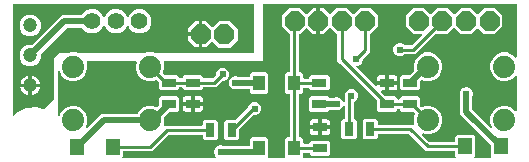
<source format=gbr>
G04 EAGLE Gerber X2 export*
G04 #@! %TF.Part,Single*
G04 #@! %TF.FileFunction,Copper,L1,Top,Mixed*
G04 #@! %TF.FilePolarity,Positive*
G04 #@! %TF.GenerationSoftware,Autodesk,EAGLE,8.6.0*
G04 #@! %TF.CreationDate,2018-03-03T07:27:46Z*
G75*
%MOMM*%
%FSLAX34Y34*%
%LPD*%
%AMOC8*
5,1,8,0,0,1.08239X$1,22.5*%
G01*
%ADD10P,1.814519X8X202.500000*%
%ADD11P,1.814519X8X22.500000*%
%ADD12R,1.200000X0.800000*%
%ADD13C,1.879600*%
%ADD14R,0.800000X1.200000*%
%ADD15R,1.200000X1.400000*%
%ADD16R,1.000000X1.300000*%
%ADD17C,1.422400*%
%ADD18C,1.200000*%
%ADD19C,0.254000*%
%ADD20C,0.604000*%
%ADD21C,0.508000*%

G36*
X197988Y35092D02*
X197988Y35092D01*
X198060Y35094D01*
X198109Y35112D01*
X198160Y35120D01*
X198224Y35154D01*
X198291Y35179D01*
X198332Y35211D01*
X198378Y35236D01*
X198427Y35288D01*
X198483Y35332D01*
X198511Y35376D01*
X198547Y35414D01*
X198577Y35479D01*
X198616Y35539D01*
X198629Y35590D01*
X198651Y35637D01*
X198658Y35708D01*
X198676Y35778D01*
X198672Y35830D01*
X198678Y35881D01*
X198662Y35952D01*
X198657Y36023D01*
X198636Y36071D01*
X198625Y36122D01*
X198589Y36183D01*
X198561Y36249D01*
X198516Y36305D01*
X198499Y36333D01*
X198481Y36348D01*
X198456Y36380D01*
X197686Y37150D01*
X197264Y38169D01*
X197262Y38171D01*
X197261Y38175D01*
X196839Y39194D01*
X196839Y41406D01*
X197261Y42425D01*
X197262Y42428D01*
X197264Y42431D01*
X197686Y43450D01*
X199250Y45014D01*
X200269Y45436D01*
X200271Y45438D01*
X200275Y45439D01*
X201294Y45861D01*
X203506Y45861D01*
X204525Y45439D01*
X204589Y45424D01*
X204650Y45399D01*
X204732Y45390D01*
X204765Y45383D01*
X204784Y45384D01*
X204816Y45381D01*
X226298Y45381D01*
X226318Y45384D01*
X226337Y45382D01*
X226439Y45404D01*
X226541Y45420D01*
X226558Y45430D01*
X226578Y45434D01*
X226667Y45487D01*
X226758Y45536D01*
X226772Y45550D01*
X226789Y45560D01*
X226856Y45639D01*
X226928Y45714D01*
X226936Y45732D01*
X226949Y45747D01*
X226988Y45843D01*
X227031Y45937D01*
X227033Y45957D01*
X227041Y45975D01*
X227059Y46142D01*
X227059Y51152D01*
X228548Y52641D01*
X240652Y52641D01*
X242141Y51152D01*
X242141Y35842D01*
X242144Y35822D01*
X242142Y35803D01*
X242164Y35701D01*
X242180Y35599D01*
X242190Y35582D01*
X242194Y35562D01*
X242247Y35473D01*
X242296Y35382D01*
X242310Y35368D01*
X242320Y35351D01*
X242399Y35284D01*
X242474Y35212D01*
X242492Y35204D01*
X242507Y35191D01*
X242603Y35152D01*
X242697Y35109D01*
X242717Y35107D01*
X242735Y35099D01*
X242902Y35081D01*
X256298Y35081D01*
X256318Y35084D01*
X256337Y35082D01*
X256439Y35104D01*
X256541Y35120D01*
X256558Y35130D01*
X256578Y35134D01*
X256667Y35187D01*
X256758Y35236D01*
X256772Y35250D01*
X256789Y35260D01*
X256856Y35339D01*
X256928Y35414D01*
X256936Y35432D01*
X256949Y35447D01*
X256988Y35543D01*
X257031Y35637D01*
X257033Y35657D01*
X257041Y35675D01*
X257059Y35842D01*
X257059Y51152D01*
X258548Y52641D01*
X260028Y52641D01*
X260048Y52644D01*
X260067Y52642D01*
X260169Y52664D01*
X260271Y52680D01*
X260288Y52690D01*
X260308Y52694D01*
X260397Y52747D01*
X260488Y52796D01*
X260502Y52810D01*
X260519Y52820D01*
X260586Y52899D01*
X260658Y52974D01*
X260666Y52992D01*
X260679Y53007D01*
X260718Y53103D01*
X260761Y53197D01*
X260763Y53217D01*
X260771Y53235D01*
X260789Y53402D01*
X260789Y88798D01*
X260786Y88818D01*
X260788Y88837D01*
X260766Y88939D01*
X260750Y89041D01*
X260740Y89058D01*
X260736Y89078D01*
X260683Y89167D01*
X260634Y89258D01*
X260620Y89272D01*
X260610Y89289D01*
X260531Y89356D01*
X260456Y89428D01*
X260438Y89436D01*
X260423Y89449D01*
X260327Y89488D01*
X260233Y89531D01*
X260213Y89533D01*
X260195Y89541D01*
X260028Y89559D01*
X258548Y89559D01*
X257059Y91048D01*
X257059Y106152D01*
X258548Y107641D01*
X260028Y107641D01*
X260048Y107644D01*
X260067Y107642D01*
X260169Y107664D01*
X260271Y107680D01*
X260288Y107690D01*
X260308Y107694D01*
X260397Y107747D01*
X260488Y107796D01*
X260502Y107810D01*
X260519Y107820D01*
X260586Y107899D01*
X260658Y107974D01*
X260666Y107992D01*
X260679Y108007D01*
X260718Y108103D01*
X260761Y108197D01*
X260763Y108217D01*
X260771Y108235D01*
X260789Y108402D01*
X260789Y139516D01*
X260786Y139536D01*
X260788Y139555D01*
X260766Y139657D01*
X260750Y139759D01*
X260740Y139776D01*
X260736Y139796D01*
X260683Y139885D01*
X260634Y139976D01*
X260620Y139990D01*
X260610Y140007D01*
X260531Y140074D01*
X260456Y140146D01*
X260438Y140154D01*
X260423Y140167D01*
X260361Y140192D01*
X253877Y146676D01*
X253877Y155724D01*
X260276Y162123D01*
X269324Y162123D01*
X274262Y157185D01*
X274278Y157174D01*
X274290Y157158D01*
X274378Y157102D01*
X274461Y157042D01*
X274480Y157036D01*
X274497Y157025D01*
X274598Y157000D01*
X274697Y156969D01*
X274716Y156970D01*
X274736Y156965D01*
X274839Y156973D01*
X274942Y156976D01*
X274961Y156983D01*
X274981Y156984D01*
X275076Y157025D01*
X275173Y157060D01*
X275189Y157073D01*
X275207Y157081D01*
X275338Y157185D01*
X280276Y162123D01*
X283277Y162123D01*
X283277Y151962D01*
X283280Y151942D01*
X283278Y151923D01*
X283300Y151821D01*
X283317Y151719D01*
X283326Y151702D01*
X283330Y151682D01*
X283383Y151593D01*
X283432Y151502D01*
X283446Y151488D01*
X283456Y151471D01*
X283535Y151404D01*
X283610Y151333D01*
X283628Y151324D01*
X283643Y151311D01*
X283739Y151273D01*
X283833Y151229D01*
X283853Y151227D01*
X283871Y151219D01*
X284038Y151201D01*
X285562Y151201D01*
X285582Y151204D01*
X285601Y151202D01*
X285703Y151224D01*
X285805Y151241D01*
X285822Y151250D01*
X285842Y151254D01*
X285931Y151307D01*
X286022Y151356D01*
X286036Y151370D01*
X286053Y151380D01*
X286120Y151459D01*
X286191Y151534D01*
X286200Y151552D01*
X286213Y151567D01*
X286252Y151663D01*
X286295Y151757D01*
X286297Y151777D01*
X286305Y151795D01*
X286323Y151962D01*
X286323Y162123D01*
X289324Y162123D01*
X294262Y157185D01*
X294278Y157174D01*
X294290Y157158D01*
X294378Y157102D01*
X294461Y157042D01*
X294480Y157036D01*
X294497Y157025D01*
X294598Y157000D01*
X294697Y156969D01*
X294716Y156970D01*
X294736Y156965D01*
X294839Y156973D01*
X294942Y156976D01*
X294961Y156983D01*
X294981Y156984D01*
X295076Y157025D01*
X295173Y157060D01*
X295189Y157073D01*
X295207Y157081D01*
X295338Y157185D01*
X300276Y162123D01*
X309324Y162123D01*
X314262Y157185D01*
X314278Y157174D01*
X314290Y157158D01*
X314378Y157102D01*
X314461Y157042D01*
X314480Y157036D01*
X314497Y157025D01*
X314598Y157000D01*
X314697Y156969D01*
X314716Y156970D01*
X314736Y156965D01*
X314839Y156973D01*
X314942Y156976D01*
X314961Y156983D01*
X314981Y156984D01*
X315076Y157025D01*
X315173Y157060D01*
X315189Y157073D01*
X315207Y157081D01*
X315338Y157185D01*
X320276Y162123D01*
X329324Y162123D01*
X335723Y155724D01*
X335723Y146676D01*
X329321Y140274D01*
X329231Y140254D01*
X329129Y140238D01*
X329112Y140228D01*
X329092Y140224D01*
X329003Y140171D01*
X328912Y140122D01*
X328898Y140108D01*
X328881Y140098D01*
X328814Y140019D01*
X328742Y139944D01*
X328734Y139926D01*
X328721Y139911D01*
X328682Y139815D01*
X328639Y139721D01*
X328637Y139701D01*
X328629Y139683D01*
X328611Y139516D01*
X328611Y125222D01*
X322784Y119394D01*
X322731Y119321D01*
X322671Y119251D01*
X322659Y119221D01*
X322640Y119195D01*
X322613Y119108D01*
X322579Y119023D01*
X322575Y118982D01*
X322568Y118960D01*
X322569Y118927D01*
X322561Y118856D01*
X322561Y117894D01*
X321714Y115850D01*
X320150Y114286D01*
X318106Y113439D01*
X317788Y113439D01*
X317717Y113428D01*
X317645Y113426D01*
X317596Y113408D01*
X317545Y113400D01*
X317482Y113366D01*
X317414Y113341D01*
X317374Y113309D01*
X317328Y113284D01*
X317278Y113233D01*
X317222Y113188D01*
X317194Y113144D01*
X317158Y113106D01*
X317128Y113041D01*
X317089Y112981D01*
X317077Y112930D01*
X317055Y112883D01*
X317047Y112812D01*
X317029Y112742D01*
X317033Y112690D01*
X317028Y112639D01*
X317043Y112568D01*
X317048Y112497D01*
X317069Y112449D01*
X317080Y112398D01*
X317117Y112337D01*
X317145Y112271D01*
X317189Y112215D01*
X317206Y112187D01*
X317224Y112172D01*
X317249Y112140D01*
X333260Y96129D01*
X333318Y96088D01*
X333370Y96038D01*
X333417Y96016D01*
X333459Y95986D01*
X333528Y95965D01*
X333593Y95935D01*
X333645Y95929D01*
X333695Y95914D01*
X333766Y95915D01*
X333837Y95908D01*
X333888Y95919D01*
X333940Y95920D01*
X334008Y95945D01*
X334078Y95960D01*
X334122Y95986D01*
X334171Y96004D01*
X334227Y96049D01*
X334289Y96086D01*
X334323Y96126D01*
X334363Y96158D01*
X334402Y96218D01*
X334449Y96273D01*
X334468Y96321D01*
X334496Y96365D01*
X334514Y96434D01*
X334541Y96501D01*
X334549Y96572D01*
X334557Y96604D01*
X334555Y96627D01*
X334559Y96668D01*
X334559Y97377D01*
X341577Y97377D01*
X341577Y92359D01*
X338868Y92359D01*
X338797Y92348D01*
X338725Y92346D01*
X338676Y92328D01*
X338625Y92320D01*
X338562Y92286D01*
X338494Y92261D01*
X338454Y92229D01*
X338408Y92204D01*
X338358Y92153D01*
X338302Y92108D01*
X338274Y92064D01*
X338238Y92026D01*
X338208Y91961D01*
X338169Y91901D01*
X338157Y91850D01*
X338135Y91803D01*
X338127Y91732D01*
X338109Y91662D01*
X338113Y91610D01*
X338108Y91559D01*
X338123Y91488D01*
X338128Y91417D01*
X338149Y91369D01*
X338160Y91318D01*
X338197Y91257D01*
X338225Y91191D01*
X338269Y91135D01*
X338286Y91107D01*
X338304Y91092D01*
X338329Y91060D01*
X341725Y87664D01*
X341799Y87611D01*
X341869Y87551D01*
X341899Y87539D01*
X341925Y87520D01*
X342012Y87493D01*
X342097Y87459D01*
X342138Y87455D01*
X342160Y87448D01*
X342192Y87449D01*
X342264Y87441D01*
X350152Y87441D01*
X351641Y85952D01*
X351641Y85472D01*
X351644Y85452D01*
X351642Y85433D01*
X351664Y85331D01*
X351680Y85229D01*
X351690Y85212D01*
X351694Y85192D01*
X351747Y85103D01*
X351796Y85012D01*
X351810Y84998D01*
X351820Y84981D01*
X351899Y84914D01*
X351974Y84842D01*
X351992Y84834D01*
X352007Y84821D01*
X352103Y84782D01*
X352197Y84739D01*
X352217Y84737D01*
X352235Y84729D01*
X352402Y84711D01*
X353298Y84711D01*
X353318Y84714D01*
X353337Y84712D01*
X353439Y84734D01*
X353541Y84750D01*
X353558Y84760D01*
X353578Y84764D01*
X353667Y84817D01*
X353758Y84866D01*
X353772Y84880D01*
X353789Y84890D01*
X353856Y84969D01*
X353928Y85044D01*
X353936Y85062D01*
X353949Y85077D01*
X353988Y85173D01*
X354031Y85267D01*
X354033Y85287D01*
X354041Y85305D01*
X354059Y85472D01*
X354059Y85952D01*
X355548Y87441D01*
X369652Y87441D01*
X371141Y85952D01*
X371141Y79446D01*
X371155Y79356D01*
X371163Y79265D01*
X371175Y79235D01*
X371180Y79203D01*
X371223Y79122D01*
X371259Y79038D01*
X371285Y79006D01*
X371296Y78986D01*
X371319Y78963D01*
X371364Y78907D01*
X371802Y78470D01*
X371896Y78402D01*
X371990Y78332D01*
X371996Y78330D01*
X372001Y78326D01*
X372112Y78292D01*
X372224Y78256D01*
X372230Y78256D01*
X372236Y78254D01*
X372353Y78257D01*
X372470Y78258D01*
X372477Y78260D01*
X372482Y78260D01*
X372500Y78267D01*
X372631Y78305D01*
X375113Y79333D01*
X379863Y79333D01*
X384251Y77515D01*
X387609Y74157D01*
X389427Y69769D01*
X389427Y65019D01*
X387609Y60631D01*
X384251Y57273D01*
X379863Y55455D01*
X375113Y55455D01*
X373904Y55956D01*
X373809Y55978D01*
X373717Y56007D01*
X373690Y56006D01*
X373665Y56012D01*
X373568Y56003D01*
X373471Y56001D01*
X373446Y55992D01*
X373420Y55989D01*
X373331Y55949D01*
X373240Y55916D01*
X373219Y55900D01*
X373195Y55889D01*
X373124Y55823D01*
X373048Y55762D01*
X373033Y55740D01*
X373014Y55723D01*
X372967Y55637D01*
X372915Y55555D01*
X372908Y55530D01*
X372896Y55507D01*
X372878Y55411D01*
X372855Y55317D01*
X372857Y55291D01*
X372852Y55265D01*
X372866Y55169D01*
X372874Y55072D01*
X372884Y55048D01*
X372888Y55022D01*
X372932Y54935D01*
X372970Y54845D01*
X372990Y54820D01*
X372999Y54803D01*
X373023Y54779D01*
X373075Y54714D01*
X378756Y49034D01*
X378829Y48981D01*
X378899Y48921D01*
X378929Y48909D01*
X378955Y48890D01*
X379042Y48863D01*
X379127Y48829D01*
X379168Y48825D01*
X379190Y48818D01*
X379223Y48819D01*
X379294Y48811D01*
X399998Y48811D01*
X400018Y48814D01*
X400037Y48812D01*
X400139Y48834D01*
X400241Y48850D01*
X400258Y48860D01*
X400278Y48864D01*
X400367Y48917D01*
X400458Y48966D01*
X400472Y48980D01*
X400489Y48990D01*
X400556Y49069D01*
X400628Y49144D01*
X400636Y49162D01*
X400649Y49177D01*
X400688Y49273D01*
X400731Y49367D01*
X400733Y49387D01*
X400741Y49405D01*
X400759Y49572D01*
X400759Y53052D01*
X402248Y54541D01*
X416352Y54541D01*
X417841Y53052D01*
X417841Y36948D01*
X417273Y36380D01*
X417232Y36322D01*
X417182Y36270D01*
X417160Y36223D01*
X417130Y36181D01*
X417109Y36112D01*
X417079Y36047D01*
X417073Y35995D01*
X417057Y35945D01*
X417059Y35874D01*
X417051Y35803D01*
X417063Y35752D01*
X417064Y35700D01*
X417088Y35632D01*
X417104Y35562D01*
X417130Y35517D01*
X417148Y35469D01*
X417193Y35413D01*
X417230Y35351D01*
X417269Y35317D01*
X417302Y35277D01*
X417362Y35238D01*
X417417Y35191D01*
X417465Y35172D01*
X417509Y35144D01*
X417578Y35126D01*
X417645Y35099D01*
X417716Y35091D01*
X417747Y35083D01*
X417771Y35085D01*
X417812Y35081D01*
X430788Y35081D01*
X430859Y35092D01*
X430931Y35094D01*
X430980Y35112D01*
X431031Y35120D01*
X431094Y35154D01*
X431162Y35179D01*
X431202Y35211D01*
X431248Y35236D01*
X431298Y35288D01*
X431354Y35332D01*
X431382Y35376D01*
X431418Y35414D01*
X431448Y35479D01*
X431487Y35539D01*
X431500Y35590D01*
X431521Y35637D01*
X431529Y35708D01*
X431547Y35778D01*
X431543Y35830D01*
X431549Y35881D01*
X431533Y35952D01*
X431528Y36023D01*
X431507Y36071D01*
X431496Y36122D01*
X431459Y36183D01*
X431431Y36249D01*
X431387Y36305D01*
X431370Y36333D01*
X431352Y36348D01*
X431327Y36380D01*
X430759Y36948D01*
X430759Y46040D01*
X430745Y46130D01*
X430737Y46221D01*
X430725Y46251D01*
X430720Y46283D01*
X430677Y46364D01*
X430641Y46447D01*
X430615Y46480D01*
X430604Y46500D01*
X430581Y46522D01*
X430536Y46578D01*
X405019Y72095D01*
X405019Y87084D01*
X405009Y87148D01*
X405008Y87214D01*
X404985Y87294D01*
X404980Y87326D01*
X404970Y87344D01*
X404961Y87375D01*
X404539Y88394D01*
X404539Y90606D01*
X404961Y91625D01*
X404962Y91628D01*
X404964Y91631D01*
X405386Y92650D01*
X406950Y94214D01*
X407969Y94636D01*
X407971Y94638D01*
X407975Y94639D01*
X408994Y95061D01*
X411206Y95061D01*
X412225Y94639D01*
X412228Y94638D01*
X412231Y94636D01*
X413250Y94214D01*
X414814Y92650D01*
X415236Y91631D01*
X415238Y91629D01*
X415239Y91625D01*
X415661Y90606D01*
X415661Y88394D01*
X415239Y87375D01*
X415224Y87311D01*
X415199Y87250D01*
X415190Y87168D01*
X415183Y87136D01*
X415184Y87116D01*
X415181Y87084D01*
X415181Y76620D01*
X415195Y76530D01*
X415203Y76439D01*
X415215Y76409D01*
X415220Y76377D01*
X415263Y76296D01*
X415299Y76213D01*
X415325Y76180D01*
X415336Y76160D01*
X415359Y76138D01*
X415404Y76082D01*
X430771Y60714D01*
X430850Y60657D01*
X430926Y60595D01*
X430950Y60585D01*
X430971Y60570D01*
X431064Y60542D01*
X431155Y60507D01*
X431181Y60506D01*
X431206Y60498D01*
X431304Y60500D01*
X431401Y60496D01*
X431426Y60504D01*
X431452Y60504D01*
X431544Y60538D01*
X431637Y60565D01*
X431659Y60580D01*
X431683Y60589D01*
X431759Y60650D01*
X431839Y60705D01*
X431855Y60726D01*
X431875Y60742D01*
X431928Y60825D01*
X431986Y60902D01*
X431994Y60927D01*
X432008Y60949D01*
X432032Y61044D01*
X432062Y61136D01*
X432062Y61163D01*
X432068Y61188D01*
X432061Y61285D01*
X432060Y61382D01*
X432051Y61414D01*
X432049Y61433D01*
X432036Y61463D01*
X432013Y61543D01*
X430573Y65019D01*
X430573Y69769D01*
X432391Y74157D01*
X435749Y77515D01*
X440137Y79333D01*
X444887Y79333D01*
X449275Y77515D01*
X451620Y75170D01*
X451678Y75128D01*
X451730Y75079D01*
X451777Y75057D01*
X451819Y75027D01*
X451888Y75006D01*
X451953Y74975D01*
X452005Y74970D01*
X452055Y74954D01*
X452126Y74956D01*
X452197Y74948D01*
X452248Y74959D01*
X452300Y74961D01*
X452368Y74985D01*
X452438Y75000D01*
X452483Y75027D01*
X452531Y75045D01*
X452587Y75090D01*
X452649Y75127D01*
X452683Y75166D01*
X452723Y75199D01*
X452762Y75259D01*
X452809Y75314D01*
X452828Y75362D01*
X452856Y75406D01*
X452874Y75475D01*
X452901Y75542D01*
X452909Y75613D01*
X452917Y75644D01*
X452915Y75668D01*
X452919Y75708D01*
X452919Y104292D01*
X452908Y104362D01*
X452906Y104434D01*
X452888Y104483D01*
X452880Y104534D01*
X452846Y104598D01*
X452821Y104665D01*
X452789Y104706D01*
X452764Y104752D01*
X452712Y104801D01*
X452668Y104857D01*
X452624Y104885D01*
X452586Y104921D01*
X452521Y104951D01*
X452461Y104990D01*
X452410Y105003D01*
X452363Y105025D01*
X452292Y105033D01*
X452222Y105050D01*
X452170Y105046D01*
X452119Y105052D01*
X452048Y105037D01*
X451977Y105031D01*
X451929Y105011D01*
X451878Y105000D01*
X451817Y104963D01*
X451751Y104935D01*
X451695Y104890D01*
X451667Y104873D01*
X451652Y104856D01*
X451620Y104830D01*
X449275Y102485D01*
X444887Y100667D01*
X440137Y100667D01*
X435749Y102485D01*
X432391Y105843D01*
X430573Y110231D01*
X430573Y114981D01*
X432391Y119369D01*
X435749Y122727D01*
X440137Y124545D01*
X444887Y124545D01*
X449275Y122727D01*
X451620Y120382D01*
X451678Y120340D01*
X451730Y120291D01*
X451777Y120269D01*
X451819Y120239D01*
X451888Y120218D01*
X451953Y120187D01*
X452005Y120182D01*
X452055Y120166D01*
X452126Y120168D01*
X452197Y120160D01*
X452248Y120171D01*
X452300Y120173D01*
X452368Y120197D01*
X452438Y120212D01*
X452483Y120239D01*
X452531Y120257D01*
X452587Y120302D01*
X452649Y120339D01*
X452683Y120378D01*
X452723Y120411D01*
X452762Y120471D01*
X452809Y120526D01*
X452828Y120574D01*
X452856Y120618D01*
X452874Y120687D01*
X452901Y120754D01*
X452909Y120825D01*
X452917Y120856D01*
X452915Y120880D01*
X452919Y120920D01*
X452919Y165158D01*
X452916Y165178D01*
X452918Y165197D01*
X452896Y165299D01*
X452880Y165401D01*
X452870Y165418D01*
X452866Y165438D01*
X452813Y165527D01*
X452764Y165618D01*
X452750Y165632D01*
X452740Y165649D01*
X452661Y165716D01*
X452586Y165788D01*
X452568Y165796D01*
X452553Y165809D01*
X452457Y165848D01*
X452363Y165891D01*
X452343Y165893D01*
X452325Y165901D01*
X452158Y165919D01*
X239200Y165919D01*
X239180Y165916D01*
X239161Y165918D01*
X239059Y165896D01*
X238957Y165880D01*
X238940Y165870D01*
X238920Y165866D01*
X238831Y165813D01*
X238740Y165764D01*
X238726Y165750D01*
X238709Y165740D01*
X238642Y165661D01*
X238571Y165586D01*
X238562Y165568D01*
X238549Y165553D01*
X238510Y165457D01*
X238467Y165363D01*
X238465Y165343D01*
X238457Y165325D01*
X238439Y165158D01*
X238439Y116961D01*
X154728Y116961D01*
X154683Y116954D01*
X154637Y116956D01*
X154562Y116934D01*
X154486Y116922D01*
X154445Y116900D01*
X154401Y116887D01*
X154337Y116843D01*
X154268Y116806D01*
X154237Y116773D01*
X154199Y116747D01*
X154152Y116684D01*
X154099Y116628D01*
X154079Y116586D01*
X154052Y116550D01*
X154028Y116476D01*
X153995Y116405D01*
X153990Y116359D01*
X153976Y116316D01*
X153977Y116238D01*
X153968Y116161D01*
X153978Y116116D01*
X153978Y116070D01*
X154016Y115938D01*
X154020Y115920D01*
X154023Y115916D01*
X154025Y115909D01*
X154451Y114881D01*
X154451Y110131D01*
X153423Y107649D01*
X153414Y107614D01*
X153410Y107604D01*
X153408Y107588D01*
X153396Y107536D01*
X153367Y107422D01*
X153368Y107416D01*
X153366Y107410D01*
X153377Y107293D01*
X153387Y107177D01*
X153389Y107171D01*
X153390Y107165D01*
X153437Y107057D01*
X153483Y106951D01*
X153487Y106945D01*
X153490Y106940D01*
X153502Y106926D01*
X153588Y106820D01*
X154643Y105764D01*
X154717Y105711D01*
X154787Y105651D01*
X154817Y105639D01*
X154843Y105620D01*
X154930Y105593D01*
X155015Y105559D01*
X155056Y105555D01*
X155078Y105548D01*
X155110Y105549D01*
X155182Y105541D01*
X165552Y105541D01*
X167041Y104052D01*
X167041Y103572D01*
X167043Y103561D01*
X167042Y103554D01*
X167043Y103547D01*
X167042Y103533D01*
X167064Y103431D01*
X167080Y103329D01*
X167090Y103312D01*
X167094Y103292D01*
X167147Y103203D01*
X167196Y103112D01*
X167210Y103098D01*
X167220Y103081D01*
X167299Y103014D01*
X167374Y102942D01*
X167392Y102934D01*
X167407Y102921D01*
X167503Y102882D01*
X167597Y102839D01*
X167617Y102837D01*
X167635Y102829D01*
X167802Y102811D01*
X169298Y102811D01*
X169318Y102814D01*
X169337Y102812D01*
X169439Y102834D01*
X169541Y102850D01*
X169558Y102860D01*
X169578Y102864D01*
X169667Y102917D01*
X169758Y102966D01*
X169772Y102980D01*
X169789Y102990D01*
X169856Y103069D01*
X169928Y103144D01*
X169936Y103162D01*
X169949Y103177D01*
X169988Y103273D01*
X170031Y103367D01*
X170033Y103387D01*
X170041Y103405D01*
X170059Y103572D01*
X170059Y104152D01*
X171548Y105641D01*
X185652Y105641D01*
X187141Y104152D01*
X187141Y103672D01*
X187144Y103652D01*
X187142Y103633D01*
X187164Y103531D01*
X187180Y103429D01*
X187190Y103412D01*
X187194Y103392D01*
X187247Y103303D01*
X187296Y103212D01*
X187310Y103198D01*
X187320Y103181D01*
X187399Y103114D01*
X187474Y103042D01*
X187492Y103034D01*
X187507Y103021D01*
X187603Y102982D01*
X187697Y102939D01*
X187717Y102937D01*
X187735Y102929D01*
X187902Y102911D01*
X195006Y102911D01*
X195096Y102925D01*
X195187Y102933D01*
X195217Y102945D01*
X195249Y102950D01*
X195330Y102993D01*
X195414Y103029D01*
X195446Y103055D01*
X195466Y103066D01*
X195489Y103089D01*
X195544Y103134D01*
X198116Y105706D01*
X198169Y105779D01*
X198229Y105849D01*
X198241Y105879D01*
X198260Y105905D01*
X198287Y105992D01*
X198321Y106077D01*
X198325Y106118D01*
X198332Y106140D01*
X198331Y106173D01*
X198339Y106244D01*
X198339Y107206D01*
X199186Y109250D01*
X200750Y110814D01*
X202794Y111661D01*
X205006Y111661D01*
X207050Y110814D01*
X208614Y109250D01*
X209461Y107206D01*
X209461Y104994D01*
X208614Y102950D01*
X207050Y101386D01*
X205006Y100539D01*
X204044Y100539D01*
X203954Y100525D01*
X203863Y100517D01*
X203833Y100505D01*
X203801Y100500D01*
X203720Y100457D01*
X203636Y100421D01*
X203604Y100395D01*
X203584Y100384D01*
X203561Y100361D01*
X203506Y100316D01*
X198478Y95289D01*
X187902Y95289D01*
X187882Y95286D01*
X187863Y95288D01*
X187761Y95266D01*
X187659Y95250D01*
X187642Y95240D01*
X187622Y95236D01*
X187533Y95183D01*
X187442Y95134D01*
X187428Y95120D01*
X187411Y95110D01*
X187344Y95031D01*
X187272Y94956D01*
X187264Y94938D01*
X187251Y94923D01*
X187212Y94827D01*
X187169Y94733D01*
X187167Y94713D01*
X187159Y94695D01*
X187141Y94528D01*
X187141Y94048D01*
X185652Y92559D01*
X171548Y92559D01*
X170059Y94048D01*
X170059Y94428D01*
X170056Y94448D01*
X170058Y94467D01*
X170036Y94569D01*
X170020Y94671D01*
X170010Y94688D01*
X170006Y94708D01*
X169953Y94797D01*
X169904Y94888D01*
X169890Y94902D01*
X169880Y94919D01*
X169801Y94986D01*
X169726Y95058D01*
X169708Y95066D01*
X169693Y95079D01*
X169597Y95118D01*
X169503Y95161D01*
X169483Y95163D01*
X169465Y95171D01*
X169298Y95189D01*
X167802Y95189D01*
X167782Y95186D01*
X167763Y95188D01*
X167661Y95166D01*
X167559Y95150D01*
X167542Y95140D01*
X167522Y95136D01*
X167433Y95083D01*
X167342Y95034D01*
X167328Y95020D01*
X167311Y95010D01*
X167244Y94931D01*
X167172Y94856D01*
X167164Y94838D01*
X167151Y94823D01*
X167112Y94727D01*
X167069Y94633D01*
X167067Y94613D01*
X167059Y94595D01*
X167041Y94428D01*
X167041Y93948D01*
X165552Y92459D01*
X151448Y92459D01*
X149959Y93948D01*
X149959Y99354D01*
X149945Y99444D01*
X149937Y99535D01*
X149925Y99565D01*
X149920Y99597D01*
X149877Y99678D01*
X149841Y99762D01*
X149815Y99794D01*
X149804Y99814D01*
X149781Y99837D01*
X149736Y99893D01*
X148198Y101430D01*
X148104Y101498D01*
X148010Y101568D01*
X148004Y101570D01*
X147999Y101574D01*
X147888Y101608D01*
X147776Y101644D01*
X147770Y101644D01*
X147764Y101646D01*
X147647Y101643D01*
X147530Y101642D01*
X147523Y101640D01*
X147518Y101640D01*
X147500Y101633D01*
X147369Y101595D01*
X144887Y100567D01*
X140137Y100567D01*
X135749Y102385D01*
X132391Y105743D01*
X130573Y110131D01*
X130573Y114881D01*
X130999Y115909D01*
X131010Y115953D01*
X131029Y115995D01*
X131037Y116072D01*
X131055Y116148D01*
X131051Y116194D01*
X131056Y116239D01*
X131039Y116316D01*
X131032Y116393D01*
X131013Y116435D01*
X131004Y116480D01*
X130964Y116547D01*
X130932Y116618D01*
X130901Y116652D01*
X130878Y116691D01*
X130818Y116742D01*
X130766Y116799D01*
X130725Y116821D01*
X130691Y116851D01*
X130618Y116880D01*
X130550Y116917D01*
X130505Y116926D01*
X130462Y116943D01*
X130327Y116958D01*
X130308Y116961D01*
X130303Y116960D01*
X130296Y116961D01*
X89704Y116961D01*
X89659Y116954D01*
X89613Y116956D01*
X89538Y116934D01*
X89462Y116922D01*
X89421Y116900D01*
X89377Y116887D01*
X89313Y116843D01*
X89244Y116806D01*
X89213Y116773D01*
X89175Y116747D01*
X89128Y116684D01*
X89075Y116628D01*
X89055Y116586D01*
X89028Y116550D01*
X89004Y116476D01*
X88971Y116405D01*
X88966Y116359D01*
X88952Y116316D01*
X88953Y116238D01*
X88944Y116161D01*
X88954Y116116D01*
X88954Y116070D01*
X88992Y115938D01*
X88996Y115920D01*
X88999Y115916D01*
X89001Y115909D01*
X89427Y114881D01*
X89427Y110131D01*
X87609Y105743D01*
X84251Y102385D01*
X79863Y100567D01*
X75113Y100567D01*
X70725Y102385D01*
X67367Y105743D01*
X66203Y108552D01*
X66152Y108635D01*
X66106Y108721D01*
X66088Y108739D01*
X66074Y108761D01*
X65999Y108823D01*
X65928Y108890D01*
X65904Y108901D01*
X65884Y108918D01*
X65793Y108953D01*
X65705Y108994D01*
X65679Y108997D01*
X65655Y109006D01*
X65557Y109010D01*
X65461Y109021D01*
X65435Y109016D01*
X65409Y109017D01*
X65315Y108990D01*
X65220Y108969D01*
X65198Y108955D01*
X65173Y108948D01*
X65093Y108893D01*
X65009Y108843D01*
X64992Y108823D01*
X64971Y108808D01*
X64912Y108730D01*
X64849Y108656D01*
X64839Y108632D01*
X64824Y108611D01*
X64794Y108518D01*
X64757Y108428D01*
X64754Y108395D01*
X64748Y108377D01*
X64748Y108344D01*
X64739Y108261D01*
X64739Y71539D01*
X64754Y71443D01*
X64764Y71346D01*
X64774Y71322D01*
X64779Y71296D01*
X64824Y71210D01*
X64864Y71121D01*
X64881Y71102D01*
X64894Y71079D01*
X64964Y71012D01*
X65030Y70940D01*
X65053Y70928D01*
X65072Y70910D01*
X65160Y70869D01*
X65246Y70822D01*
X65271Y70817D01*
X65295Y70806D01*
X65392Y70795D01*
X65488Y70778D01*
X65514Y70782D01*
X65539Y70779D01*
X65635Y70800D01*
X65731Y70814D01*
X65754Y70826D01*
X65780Y70831D01*
X65863Y70881D01*
X65950Y70925D01*
X65969Y70944D01*
X65991Y70957D01*
X66054Y71031D01*
X66122Y71101D01*
X66138Y71129D01*
X66151Y71144D01*
X66163Y71175D01*
X66203Y71248D01*
X67367Y74057D01*
X70725Y77415D01*
X75113Y79233D01*
X79863Y79233D01*
X84251Y77415D01*
X87609Y74057D01*
X89427Y69669D01*
X89427Y64919D01*
X87987Y61443D01*
X87965Y61349D01*
X87936Y61256D01*
X87937Y61229D01*
X87931Y61204D01*
X87940Y61107D01*
X87942Y61010D01*
X87951Y60985D01*
X87954Y60959D01*
X87994Y60870D01*
X88027Y60779D01*
X88043Y60758D01*
X88054Y60734D01*
X88120Y60663D01*
X88181Y60587D01*
X88203Y60572D01*
X88220Y60553D01*
X88306Y60506D01*
X88388Y60454D01*
X88413Y60447D01*
X88436Y60435D01*
X88532Y60417D01*
X88626Y60394D01*
X88652Y60396D01*
X88678Y60391D01*
X88774Y60405D01*
X88871Y60413D01*
X88895Y60423D01*
X88921Y60427D01*
X89008Y60471D01*
X89098Y60509D01*
X89123Y60529D01*
X89140Y60538D01*
X89164Y60562D01*
X89229Y60614D01*
X97790Y69176D01*
X100989Y72375D01*
X131185Y72375D01*
X131300Y72394D01*
X131416Y72411D01*
X131422Y72413D01*
X131428Y72414D01*
X131531Y72469D01*
X131636Y72522D01*
X131640Y72527D01*
X131646Y72530D01*
X131725Y72614D01*
X131808Y72698D01*
X131812Y72704D01*
X131815Y72708D01*
X131823Y72725D01*
X131889Y72845D01*
X132391Y74057D01*
X135749Y77415D01*
X140137Y79233D01*
X144887Y79233D01*
X147712Y78062D01*
X147826Y78036D01*
X147940Y78007D01*
X147946Y78008D01*
X147952Y78006D01*
X148069Y78017D01*
X148185Y78026D01*
X148191Y78029D01*
X148197Y78029D01*
X148304Y78077D01*
X148411Y78122D01*
X148417Y78127D01*
X148422Y78129D01*
X148435Y78142D01*
X148542Y78227D01*
X149736Y79422D01*
X149789Y79495D01*
X149849Y79565D01*
X149861Y79595D01*
X149880Y79621D01*
X149907Y79708D01*
X149941Y79793D01*
X149945Y79834D01*
X149952Y79856D01*
X149951Y79889D01*
X149959Y79960D01*
X149959Y86052D01*
X151448Y87541D01*
X165552Y87541D01*
X167041Y86052D01*
X167041Y75948D01*
X165552Y74459D01*
X159460Y74459D01*
X159370Y74445D01*
X159279Y74437D01*
X159249Y74425D01*
X159217Y74420D01*
X159136Y74377D01*
X159052Y74341D01*
X159020Y74315D01*
X159000Y74304D01*
X158977Y74281D01*
X158922Y74236D01*
X154674Y69988D01*
X154621Y69915D01*
X154561Y69845D01*
X154549Y69815D01*
X154530Y69789D01*
X154503Y69702D01*
X154469Y69617D01*
X154465Y69576D01*
X154458Y69554D01*
X154459Y69521D01*
X154451Y69450D01*
X154451Y64919D01*
X153930Y63663D01*
X153920Y63619D01*
X153901Y63577D01*
X153892Y63500D01*
X153874Y63424D01*
X153879Y63378D01*
X153874Y63333D01*
X153890Y63256D01*
X153897Y63179D01*
X153916Y63137D01*
X153926Y63092D01*
X153966Y63025D01*
X153997Y62954D01*
X154028Y62920D01*
X154052Y62881D01*
X154111Y62830D01*
X154164Y62773D01*
X154204Y62751D01*
X154239Y62721D01*
X154311Y62692D01*
X154379Y62655D01*
X154424Y62646D01*
X154467Y62629D01*
X154603Y62614D01*
X154621Y62611D01*
X154626Y62612D01*
X154634Y62611D01*
X186198Y62611D01*
X186218Y62614D01*
X186237Y62612D01*
X186339Y62634D01*
X186441Y62650D01*
X186458Y62660D01*
X186478Y62664D01*
X186567Y62717D01*
X186658Y62766D01*
X186672Y62780D01*
X186689Y62790D01*
X186756Y62869D01*
X186828Y62944D01*
X186836Y62962D01*
X186849Y62977D01*
X186888Y63073D01*
X186931Y63167D01*
X186933Y63187D01*
X186941Y63205D01*
X186959Y63372D01*
X186959Y65852D01*
X188448Y67341D01*
X198552Y67341D01*
X200041Y65852D01*
X200041Y51748D01*
X198552Y50259D01*
X188448Y50259D01*
X186959Y51748D01*
X186959Y54228D01*
X186956Y54248D01*
X186958Y54267D01*
X186936Y54369D01*
X186920Y54471D01*
X186910Y54488D01*
X186906Y54508D01*
X186853Y54597D01*
X186804Y54688D01*
X186790Y54702D01*
X186780Y54719D01*
X186701Y54786D01*
X186626Y54858D01*
X186608Y54866D01*
X186593Y54879D01*
X186497Y54918D01*
X186403Y54961D01*
X186383Y54963D01*
X186365Y54971D01*
X186198Y54989D01*
X158294Y54989D01*
X158204Y54975D01*
X158113Y54967D01*
X158083Y54955D01*
X158051Y54950D01*
X157970Y54907D01*
X157886Y54871D01*
X157854Y54845D01*
X157834Y54834D01*
X157811Y54811D01*
X157756Y54766D01*
X144078Y41089D01*
X120002Y41089D01*
X119982Y41086D01*
X119963Y41088D01*
X119861Y41066D01*
X119759Y41050D01*
X119742Y41040D01*
X119722Y41036D01*
X119633Y40983D01*
X119542Y40934D01*
X119528Y40920D01*
X119511Y40910D01*
X119444Y40831D01*
X119372Y40756D01*
X119364Y40738D01*
X119351Y40723D01*
X119312Y40627D01*
X119269Y40533D01*
X119267Y40513D01*
X119259Y40495D01*
X119241Y40328D01*
X119241Y36848D01*
X118773Y36380D01*
X118731Y36322D01*
X118682Y36270D01*
X118660Y36223D01*
X118630Y36181D01*
X118609Y36112D01*
X118579Y36047D01*
X118573Y35995D01*
X118557Y35945D01*
X118559Y35874D01*
X118551Y35803D01*
X118563Y35752D01*
X118564Y35700D01*
X118588Y35632D01*
X118604Y35562D01*
X118630Y35517D01*
X118648Y35469D01*
X118693Y35413D01*
X118730Y35351D01*
X118769Y35317D01*
X118802Y35277D01*
X118862Y35238D01*
X118917Y35191D01*
X118965Y35172D01*
X119009Y35144D01*
X119078Y35126D01*
X119145Y35099D01*
X119216Y35091D01*
X119247Y35083D01*
X119271Y35085D01*
X119312Y35081D01*
X197917Y35081D01*
X197988Y35092D01*
G37*
G36*
X26847Y71128D02*
X26847Y71128D01*
X26881Y71124D01*
X26968Y71143D01*
X27057Y71154D01*
X27088Y71169D01*
X27122Y71176D01*
X27198Y71222D01*
X27279Y71260D01*
X27312Y71289D01*
X27333Y71302D01*
X27354Y71326D01*
X27405Y71371D01*
X28893Y73004D01*
X37140Y77111D01*
X46313Y77961D01*
X51896Y76372D01*
X51969Y76364D01*
X52040Y76346D01*
X52090Y76350D01*
X52140Y76344D01*
X52212Y76359D01*
X52285Y76365D01*
X52332Y76385D01*
X52381Y76395D01*
X52444Y76432D01*
X52512Y76461D01*
X52565Y76504D01*
X52593Y76520D01*
X52609Y76539D01*
X52643Y76566D01*
X60538Y84462D01*
X60591Y84536D01*
X60651Y84605D01*
X60663Y84635D01*
X60682Y84661D01*
X60709Y84748D01*
X60743Y84833D01*
X60747Y84874D01*
X60754Y84897D01*
X60753Y84929D01*
X60761Y85000D01*
X60761Y119685D01*
X65315Y124239D01*
X73137Y124239D01*
X73202Y124249D01*
X73267Y124250D01*
X73347Y124273D01*
X73380Y124279D01*
X73397Y124288D01*
X73428Y124297D01*
X75012Y124953D01*
X79964Y124953D01*
X81548Y124297D01*
X81611Y124282D01*
X81672Y124257D01*
X81755Y124248D01*
X81787Y124241D01*
X81806Y124242D01*
X81839Y124239D01*
X138161Y124239D01*
X138226Y124249D01*
X138291Y124250D01*
X138371Y124273D01*
X138404Y124279D01*
X138421Y124288D01*
X138452Y124297D01*
X140036Y124953D01*
X144988Y124953D01*
X146572Y124297D01*
X146635Y124282D01*
X146696Y124257D01*
X146779Y124248D01*
X146811Y124241D01*
X146830Y124242D01*
X146863Y124239D01*
X230000Y124239D01*
X230020Y124242D01*
X230039Y124240D01*
X230141Y124262D01*
X230243Y124279D01*
X230260Y124288D01*
X230280Y124292D01*
X230369Y124345D01*
X230460Y124394D01*
X230474Y124408D01*
X230491Y124418D01*
X230558Y124497D01*
X230630Y124572D01*
X230638Y124590D01*
X230651Y124605D01*
X230690Y124701D01*
X230733Y124795D01*
X230735Y124815D01*
X230743Y124833D01*
X230761Y125000D01*
X230761Y165158D01*
X230758Y165178D01*
X230760Y165197D01*
X230738Y165299D01*
X230722Y165401D01*
X230712Y165418D01*
X230708Y165438D01*
X230655Y165527D01*
X230606Y165618D01*
X230592Y165632D01*
X230582Y165649D01*
X230503Y165716D01*
X230428Y165788D01*
X230410Y165796D01*
X230395Y165809D01*
X230299Y165848D01*
X230205Y165891D01*
X230185Y165893D01*
X230167Y165901D01*
X230000Y165919D01*
X26842Y165919D01*
X26822Y165916D01*
X26803Y165918D01*
X26701Y165896D01*
X26599Y165880D01*
X26582Y165870D01*
X26562Y165866D01*
X26473Y165813D01*
X26382Y165764D01*
X26368Y165750D01*
X26351Y165740D01*
X26284Y165661D01*
X26212Y165586D01*
X26204Y165568D01*
X26191Y165553D01*
X26152Y165457D01*
X26109Y165363D01*
X26107Y165343D01*
X26099Y165325D01*
X26081Y165158D01*
X26081Y71884D01*
X26095Y71796D01*
X26102Y71707D01*
X26115Y71675D01*
X26120Y71641D01*
X26162Y71563D01*
X26197Y71480D01*
X26219Y71454D01*
X26236Y71424D01*
X26300Y71363D01*
X26359Y71296D01*
X26389Y71278D01*
X26414Y71254D01*
X26495Y71217D01*
X26572Y71172D01*
X26606Y71165D01*
X26637Y71151D01*
X26726Y71141D01*
X26813Y71123D01*
X26847Y71128D01*
G37*
G36*
X400859Y35092D02*
X400859Y35092D01*
X400931Y35094D01*
X400980Y35112D01*
X401031Y35120D01*
X401094Y35154D01*
X401162Y35179D01*
X401202Y35211D01*
X401248Y35236D01*
X401298Y35288D01*
X401354Y35332D01*
X401382Y35376D01*
X401418Y35414D01*
X401448Y35479D01*
X401487Y35539D01*
X401500Y35590D01*
X401521Y35637D01*
X401529Y35708D01*
X401547Y35778D01*
X401543Y35830D01*
X401549Y35881D01*
X401533Y35952D01*
X401528Y36023D01*
X401507Y36071D01*
X401496Y36122D01*
X401459Y36183D01*
X401431Y36249D01*
X401387Y36305D01*
X401370Y36333D01*
X401352Y36348D01*
X401327Y36380D01*
X400759Y36948D01*
X400759Y40428D01*
X400757Y40440D01*
X400758Y40449D01*
X400757Y40455D01*
X400758Y40467D01*
X400736Y40569D01*
X400720Y40671D01*
X400710Y40688D01*
X400706Y40708D01*
X400653Y40797D01*
X400604Y40888D01*
X400590Y40902D01*
X400580Y40919D01*
X400501Y40986D01*
X400426Y41058D01*
X400408Y41066D01*
X400393Y41079D01*
X400297Y41118D01*
X400203Y41161D01*
X400183Y41163D01*
X400165Y41171D01*
X399998Y41189D01*
X375822Y41189D01*
X361544Y55466D01*
X361471Y55519D01*
X361401Y55579D01*
X361371Y55591D01*
X361345Y55610D01*
X361258Y55637D01*
X361173Y55671D01*
X361132Y55675D01*
X361110Y55682D01*
X361077Y55681D01*
X361006Y55689D01*
X336302Y55689D01*
X336282Y55686D01*
X336263Y55688D01*
X336161Y55666D01*
X336059Y55650D01*
X336042Y55640D01*
X336022Y55636D01*
X335933Y55583D01*
X335842Y55534D01*
X335828Y55520D01*
X335811Y55510D01*
X335744Y55431D01*
X335672Y55356D01*
X335664Y55338D01*
X335651Y55323D01*
X335612Y55227D01*
X335569Y55133D01*
X335567Y55113D01*
X335559Y55095D01*
X335541Y54928D01*
X335541Y52448D01*
X334052Y50959D01*
X323948Y50959D01*
X322459Y52448D01*
X322459Y66552D01*
X323948Y68041D01*
X334052Y68041D01*
X335541Y66552D01*
X335541Y64072D01*
X335544Y64052D01*
X335542Y64033D01*
X335564Y63931D01*
X335580Y63829D01*
X335590Y63812D01*
X335594Y63792D01*
X335647Y63703D01*
X335696Y63612D01*
X335710Y63598D01*
X335720Y63581D01*
X335799Y63514D01*
X335874Y63442D01*
X335892Y63434D01*
X335907Y63421D01*
X336003Y63382D01*
X336097Y63339D01*
X336117Y63337D01*
X336135Y63329D01*
X336302Y63311D01*
X364478Y63311D01*
X364808Y62981D01*
X364888Y62924D01*
X364963Y62862D01*
X364987Y62852D01*
X365008Y62837D01*
X365101Y62809D01*
X365192Y62774D01*
X365218Y62773D01*
X365243Y62765D01*
X365341Y62767D01*
X365438Y62763D01*
X365463Y62771D01*
X365489Y62771D01*
X365581Y62805D01*
X365674Y62832D01*
X365696Y62847D01*
X365720Y62856D01*
X365796Y62917D01*
X365876Y62972D01*
X365892Y62993D01*
X365912Y63009D01*
X365965Y63091D01*
X366023Y63169D01*
X366031Y63194D01*
X366045Y63216D01*
X366069Y63311D01*
X366099Y63403D01*
X366099Y63429D01*
X366105Y63455D01*
X366098Y63552D01*
X366097Y63649D01*
X366088Y63681D01*
X366086Y63700D01*
X366073Y63730D01*
X366050Y63810D01*
X365549Y65019D01*
X365549Y69769D01*
X366577Y72251D01*
X366604Y72364D01*
X366633Y72478D01*
X366632Y72484D01*
X366634Y72490D01*
X366623Y72607D01*
X366613Y72723D01*
X366611Y72729D01*
X366610Y72735D01*
X366563Y72843D01*
X366517Y72949D01*
X366513Y72955D01*
X366510Y72960D01*
X366498Y72974D01*
X366412Y73080D01*
X365357Y74136D01*
X365283Y74189D01*
X365213Y74249D01*
X365183Y74261D01*
X365157Y74280D01*
X365070Y74307D01*
X364985Y74341D01*
X364944Y74345D01*
X364922Y74352D01*
X364890Y74351D01*
X364818Y74359D01*
X355548Y74359D01*
X354059Y75848D01*
X354059Y76328D01*
X354056Y76348D01*
X354058Y76367D01*
X354036Y76469D01*
X354020Y76571D01*
X354010Y76588D01*
X354006Y76608D01*
X353953Y76697D01*
X353904Y76788D01*
X353890Y76802D01*
X353880Y76819D01*
X353801Y76886D01*
X353726Y76958D01*
X353708Y76966D01*
X353693Y76979D01*
X353597Y77018D01*
X353503Y77061D01*
X353483Y77063D01*
X353465Y77071D01*
X353298Y77089D01*
X352402Y77089D01*
X352382Y77086D01*
X352363Y77088D01*
X352261Y77066D01*
X352159Y77050D01*
X352142Y77040D01*
X352122Y77036D01*
X352033Y76983D01*
X351942Y76934D01*
X351928Y76920D01*
X351911Y76910D01*
X351844Y76831D01*
X351772Y76756D01*
X351764Y76738D01*
X351751Y76723D01*
X351712Y76627D01*
X351669Y76533D01*
X351667Y76513D01*
X351659Y76495D01*
X351641Y76328D01*
X351641Y75848D01*
X350152Y74359D01*
X336048Y74359D01*
X334559Y75848D01*
X334559Y83736D01*
X334545Y83826D01*
X334537Y83917D01*
X334525Y83947D01*
X334520Y83979D01*
X334477Y84060D01*
X334441Y84144D01*
X334415Y84176D01*
X334404Y84196D01*
X334381Y84219D01*
X334336Y84275D01*
X303444Y115166D01*
X300989Y117622D01*
X300989Y139516D01*
X300986Y139536D01*
X300988Y139555D01*
X300966Y139657D01*
X300950Y139759D01*
X300940Y139776D01*
X300936Y139796D01*
X300883Y139885D01*
X300834Y139976D01*
X300820Y139990D01*
X300810Y140007D01*
X300731Y140074D01*
X300656Y140146D01*
X300638Y140154D01*
X300623Y140167D01*
X300527Y140206D01*
X300433Y140249D01*
X300413Y140251D01*
X300395Y140259D01*
X300282Y140271D01*
X295338Y145215D01*
X295322Y145226D01*
X295310Y145242D01*
X295222Y145298D01*
X295139Y145358D01*
X295120Y145364D01*
X295103Y145375D01*
X295002Y145400D01*
X294903Y145431D01*
X294884Y145430D01*
X294864Y145435D01*
X294761Y145427D01*
X294658Y145424D01*
X294639Y145417D01*
X294619Y145416D01*
X294524Y145375D01*
X294427Y145340D01*
X294411Y145327D01*
X294393Y145319D01*
X294262Y145215D01*
X289324Y140277D01*
X286323Y140277D01*
X286323Y150438D01*
X286320Y150458D01*
X286322Y150477D01*
X286300Y150579D01*
X286283Y150681D01*
X286274Y150698D01*
X286270Y150718D01*
X286217Y150807D01*
X286168Y150898D01*
X286154Y150912D01*
X286144Y150929D01*
X286065Y150996D01*
X285990Y151067D01*
X285972Y151076D01*
X285957Y151089D01*
X285861Y151127D01*
X285767Y151171D01*
X285747Y151173D01*
X285729Y151181D01*
X285562Y151199D01*
X284038Y151199D01*
X284018Y151196D01*
X283999Y151198D01*
X283897Y151176D01*
X283795Y151159D01*
X283778Y151150D01*
X283758Y151146D01*
X283669Y151093D01*
X283578Y151044D01*
X283564Y151030D01*
X283547Y151020D01*
X283480Y150941D01*
X283409Y150866D01*
X283400Y150848D01*
X283387Y150833D01*
X283348Y150737D01*
X283305Y150643D01*
X283303Y150623D01*
X283295Y150605D01*
X283277Y150438D01*
X283277Y140277D01*
X280276Y140277D01*
X275338Y145215D01*
X275322Y145226D01*
X275310Y145242D01*
X275222Y145298D01*
X275139Y145358D01*
X275120Y145364D01*
X275103Y145375D01*
X275002Y145400D01*
X274903Y145431D01*
X274884Y145430D01*
X274864Y145435D01*
X274761Y145427D01*
X274658Y145424D01*
X274639Y145417D01*
X274619Y145416D01*
X274524Y145375D01*
X274427Y145340D01*
X274411Y145327D01*
X274393Y145319D01*
X274262Y145215D01*
X269324Y140277D01*
X269172Y140277D01*
X269152Y140274D01*
X269133Y140276D01*
X269031Y140254D01*
X268929Y140238D01*
X268912Y140228D01*
X268892Y140224D01*
X268803Y140171D01*
X268712Y140122D01*
X268698Y140108D01*
X268681Y140098D01*
X268614Y140019D01*
X268542Y139944D01*
X268534Y139926D01*
X268521Y139911D01*
X268482Y139815D01*
X268439Y139721D01*
X268437Y139701D01*
X268429Y139683D01*
X268411Y139516D01*
X268411Y108402D01*
X268414Y108382D01*
X268412Y108363D01*
X268434Y108261D01*
X268450Y108159D01*
X268460Y108142D01*
X268464Y108122D01*
X268517Y108033D01*
X268566Y107942D01*
X268580Y107928D01*
X268590Y107911D01*
X268669Y107844D01*
X268744Y107772D01*
X268762Y107764D01*
X268777Y107751D01*
X268873Y107712D01*
X268967Y107669D01*
X268987Y107667D01*
X269005Y107659D01*
X269172Y107641D01*
X270652Y107641D01*
X272141Y106152D01*
X272141Y103172D01*
X272144Y103152D01*
X272142Y103133D01*
X272164Y103031D01*
X272180Y102929D01*
X272190Y102912D01*
X272194Y102892D01*
X272247Y102803D01*
X272296Y102712D01*
X272310Y102698D01*
X272320Y102681D01*
X272399Y102614D01*
X272474Y102542D01*
X272492Y102534D01*
X272507Y102521D01*
X272603Y102482D01*
X272697Y102439D01*
X272717Y102437D01*
X272735Y102429D01*
X272902Y102411D01*
X276598Y102411D01*
X276618Y102414D01*
X276637Y102412D01*
X276739Y102434D01*
X276841Y102450D01*
X276858Y102460D01*
X276878Y102464D01*
X276967Y102517D01*
X277058Y102566D01*
X277072Y102580D01*
X277089Y102590D01*
X277156Y102669D01*
X277228Y102744D01*
X277236Y102762D01*
X277249Y102777D01*
X277288Y102873D01*
X277331Y102967D01*
X277333Y102987D01*
X277341Y103005D01*
X277359Y103172D01*
X277359Y103952D01*
X278848Y105441D01*
X292952Y105441D01*
X294441Y103952D01*
X294441Y93848D01*
X292952Y92359D01*
X278848Y92359D01*
X277359Y93848D01*
X277359Y94028D01*
X277356Y94048D01*
X277358Y94067D01*
X277336Y94169D01*
X277320Y94271D01*
X277310Y94288D01*
X277306Y94308D01*
X277253Y94397D01*
X277204Y94488D01*
X277190Y94502D01*
X277180Y94519D01*
X277101Y94586D01*
X277026Y94658D01*
X277008Y94666D01*
X276993Y94679D01*
X276897Y94718D01*
X276803Y94761D01*
X276783Y94763D01*
X276765Y94771D01*
X276598Y94789D01*
X272902Y94789D01*
X272882Y94786D01*
X272863Y94788D01*
X272761Y94766D01*
X272659Y94750D01*
X272642Y94740D01*
X272622Y94736D01*
X272533Y94683D01*
X272442Y94634D01*
X272428Y94620D01*
X272411Y94610D01*
X272344Y94531D01*
X272272Y94456D01*
X272264Y94438D01*
X272251Y94423D01*
X272212Y94327D01*
X272169Y94233D01*
X272167Y94213D01*
X272159Y94195D01*
X272141Y94028D01*
X272141Y91048D01*
X270652Y89559D01*
X269172Y89559D01*
X269152Y89556D01*
X269133Y89558D01*
X269031Y89536D01*
X268929Y89520D01*
X268912Y89510D01*
X268892Y89506D01*
X268803Y89453D01*
X268712Y89404D01*
X268698Y89390D01*
X268681Y89380D01*
X268614Y89301D01*
X268542Y89226D01*
X268534Y89208D01*
X268521Y89193D01*
X268482Y89097D01*
X268439Y89003D01*
X268437Y88983D01*
X268429Y88965D01*
X268411Y88798D01*
X268411Y53402D01*
X268414Y53382D01*
X268412Y53363D01*
X268434Y53261D01*
X268450Y53159D01*
X268460Y53142D01*
X268464Y53122D01*
X268517Y53033D01*
X268566Y52942D01*
X268580Y52928D01*
X268590Y52911D01*
X268669Y52844D01*
X268744Y52772D01*
X268762Y52764D01*
X268777Y52751D01*
X268873Y52712D01*
X268967Y52669D01*
X268987Y52667D01*
X269005Y52659D01*
X269172Y52641D01*
X270652Y52641D01*
X272141Y51152D01*
X272141Y48172D01*
X272144Y48152D01*
X272142Y48133D01*
X272164Y48031D01*
X272180Y47929D01*
X272190Y47912D01*
X272194Y47892D01*
X272247Y47803D01*
X272296Y47712D01*
X272310Y47698D01*
X272320Y47681D01*
X272399Y47614D01*
X272474Y47542D01*
X272492Y47534D01*
X272507Y47521D01*
X272603Y47482D01*
X272697Y47439D01*
X272717Y47437D01*
X272735Y47429D01*
X272902Y47411D01*
X276798Y47411D01*
X276818Y47414D01*
X276837Y47412D01*
X276939Y47434D01*
X277041Y47450D01*
X277058Y47460D01*
X277078Y47464D01*
X277167Y47517D01*
X277258Y47566D01*
X277272Y47580D01*
X277289Y47590D01*
X277356Y47669D01*
X277428Y47744D01*
X277436Y47762D01*
X277449Y47777D01*
X277488Y47873D01*
X277531Y47967D01*
X277533Y47987D01*
X277541Y48005D01*
X277559Y48172D01*
X277559Y48352D01*
X279048Y49841D01*
X293152Y49841D01*
X294641Y48352D01*
X294641Y38248D01*
X293152Y36759D01*
X279048Y36759D01*
X277559Y38248D01*
X277559Y39028D01*
X277556Y39048D01*
X277558Y39067D01*
X277536Y39169D01*
X277520Y39271D01*
X277510Y39288D01*
X277506Y39308D01*
X277453Y39397D01*
X277404Y39488D01*
X277390Y39502D01*
X277380Y39519D01*
X277301Y39586D01*
X277226Y39658D01*
X277208Y39666D01*
X277193Y39679D01*
X277097Y39718D01*
X277003Y39761D01*
X276983Y39763D01*
X276965Y39771D01*
X276798Y39789D01*
X272902Y39789D01*
X272882Y39786D01*
X272863Y39788D01*
X272761Y39766D01*
X272659Y39750D01*
X272642Y39740D01*
X272622Y39736D01*
X272533Y39683D01*
X272442Y39634D01*
X272428Y39620D01*
X272411Y39610D01*
X272344Y39531D01*
X272272Y39456D01*
X272264Y39438D01*
X272251Y39423D01*
X272212Y39327D01*
X272169Y39233D01*
X272167Y39213D01*
X272159Y39195D01*
X272141Y39028D01*
X272141Y35842D01*
X272144Y35822D01*
X272142Y35803D01*
X272164Y35701D01*
X272180Y35599D01*
X272190Y35582D01*
X272194Y35562D01*
X272247Y35473D01*
X272296Y35382D01*
X272310Y35368D01*
X272320Y35351D01*
X272399Y35284D01*
X272474Y35212D01*
X272492Y35204D01*
X272507Y35191D01*
X272603Y35152D01*
X272697Y35109D01*
X272717Y35107D01*
X272735Y35099D01*
X272902Y35081D01*
X400788Y35081D01*
X400859Y35092D01*
G37*
%LPC*%
G36*
X352894Y121339D02*
X352894Y121339D01*
X350850Y122186D01*
X349286Y123750D01*
X348439Y125794D01*
X348439Y128006D01*
X349286Y130050D01*
X350850Y131614D01*
X352894Y132461D01*
X355106Y132461D01*
X357150Y131614D01*
X357830Y130934D01*
X357904Y130881D01*
X357974Y130821D01*
X358004Y130809D01*
X358030Y130790D01*
X358117Y130763D01*
X358202Y130729D01*
X358243Y130725D01*
X358265Y130718D01*
X358297Y130719D01*
X358369Y130711D01*
X363506Y130711D01*
X363596Y130725D01*
X363687Y130733D01*
X363717Y130745D01*
X363749Y130750D01*
X363830Y130793D01*
X363914Y130829D01*
X363946Y130855D01*
X363966Y130866D01*
X363989Y130889D01*
X364044Y130934D01*
X372289Y139178D01*
X372330Y139236D01*
X372380Y139288D01*
X372402Y139335D01*
X372432Y139377D01*
X372453Y139446D01*
X372483Y139511D01*
X372489Y139563D01*
X372504Y139613D01*
X372503Y139684D01*
X372510Y139755D01*
X372499Y139806D01*
X372498Y139858D01*
X372473Y139926D01*
X372458Y139996D01*
X372432Y140041D01*
X372414Y140089D01*
X372369Y140145D01*
X372332Y140207D01*
X372292Y140241D01*
X372260Y140281D01*
X372200Y140320D01*
X372145Y140367D01*
X372097Y140386D01*
X372053Y140414D01*
X371984Y140432D01*
X371917Y140459D01*
X371846Y140467D01*
X371814Y140475D01*
X371791Y140473D01*
X371750Y140477D01*
X365376Y140477D01*
X358977Y146876D01*
X358977Y155924D01*
X365376Y162323D01*
X374424Y162323D01*
X379362Y157385D01*
X379378Y157374D01*
X379390Y157358D01*
X379478Y157302D01*
X379561Y157242D01*
X379580Y157236D01*
X379597Y157225D01*
X379698Y157200D01*
X379797Y157169D01*
X379816Y157170D01*
X379836Y157165D01*
X379939Y157173D01*
X380042Y157176D01*
X380061Y157183D01*
X380081Y157184D01*
X380176Y157225D01*
X380273Y157260D01*
X380289Y157273D01*
X380307Y157281D01*
X380438Y157385D01*
X385376Y162323D01*
X394424Y162323D01*
X399362Y157385D01*
X399378Y157374D01*
X399390Y157358D01*
X399478Y157302D01*
X399561Y157242D01*
X399580Y157236D01*
X399597Y157225D01*
X399698Y157200D01*
X399797Y157169D01*
X399816Y157170D01*
X399836Y157165D01*
X399939Y157173D01*
X400042Y157176D01*
X400061Y157183D01*
X400081Y157184D01*
X400176Y157225D01*
X400273Y157260D01*
X400289Y157273D01*
X400307Y157281D01*
X400438Y157385D01*
X405376Y162323D01*
X414424Y162323D01*
X419362Y157385D01*
X419378Y157374D01*
X419390Y157358D01*
X419478Y157302D01*
X419561Y157242D01*
X419580Y157236D01*
X419597Y157225D01*
X419698Y157200D01*
X419797Y157169D01*
X419816Y157170D01*
X419836Y157165D01*
X419939Y157173D01*
X420042Y157176D01*
X420061Y157183D01*
X420081Y157184D01*
X420176Y157225D01*
X420273Y157260D01*
X420289Y157273D01*
X420307Y157281D01*
X420438Y157385D01*
X425376Y162323D01*
X434424Y162323D01*
X440823Y155924D01*
X440823Y146876D01*
X434424Y140477D01*
X425376Y140477D01*
X420438Y145415D01*
X420422Y145426D01*
X420410Y145442D01*
X420322Y145498D01*
X420239Y145558D01*
X420220Y145564D01*
X420203Y145575D01*
X420102Y145600D01*
X420003Y145631D01*
X419984Y145630D01*
X419964Y145635D01*
X419861Y145627D01*
X419758Y145624D01*
X419739Y145617D01*
X419719Y145616D01*
X419624Y145575D01*
X419527Y145540D01*
X419511Y145527D01*
X419493Y145519D01*
X419362Y145415D01*
X414424Y140477D01*
X405376Y140477D01*
X400438Y145415D01*
X400422Y145426D01*
X400410Y145442D01*
X400322Y145498D01*
X400239Y145558D01*
X400220Y145564D01*
X400203Y145575D01*
X400102Y145600D01*
X400003Y145631D01*
X399984Y145630D01*
X399964Y145635D01*
X399861Y145627D01*
X399758Y145624D01*
X399739Y145617D01*
X399719Y145616D01*
X399624Y145575D01*
X399527Y145540D01*
X399511Y145527D01*
X399493Y145519D01*
X399362Y145415D01*
X394424Y140477D01*
X385371Y140477D01*
X385294Y140527D01*
X385210Y140587D01*
X385191Y140593D01*
X385174Y140604D01*
X385074Y140629D01*
X384975Y140659D01*
X384955Y140659D01*
X384935Y140664D01*
X384832Y140656D01*
X384729Y140653D01*
X384710Y140646D01*
X384690Y140645D01*
X384595Y140604D01*
X384498Y140569D01*
X384482Y140556D01*
X384464Y140548D01*
X384333Y140444D01*
X366978Y123089D01*
X358369Y123089D01*
X358279Y123075D01*
X358188Y123067D01*
X358158Y123055D01*
X358126Y123050D01*
X358045Y123007D01*
X357961Y122971D01*
X357929Y122945D01*
X357909Y122934D01*
X357886Y122911D01*
X357830Y122866D01*
X357150Y122186D01*
X355106Y121339D01*
X352894Y121339D01*
G37*
%LPD*%
%LPC*%
G36*
X39200Y112951D02*
X39200Y112951D01*
X35874Y114329D01*
X33329Y116874D01*
X31951Y120200D01*
X31951Y123800D01*
X33329Y127126D01*
X35874Y129671D01*
X39200Y131049D01*
X41830Y131049D01*
X41920Y131063D01*
X42011Y131071D01*
X42041Y131083D01*
X42073Y131088D01*
X42153Y131131D01*
X42237Y131167D01*
X42269Y131193D01*
X42290Y131204D01*
X42312Y131227D01*
X42368Y131272D01*
X64955Y153859D01*
X66634Y155538D01*
X68688Y156389D01*
X84404Y156389D01*
X84494Y156403D01*
X84585Y156411D01*
X84615Y156423D01*
X84647Y156428D01*
X84727Y156471D01*
X84811Y156507D01*
X84843Y156533D01*
X84864Y156544D01*
X84886Y156567D01*
X84942Y156612D01*
X87744Y159414D01*
X91479Y160961D01*
X95521Y160961D01*
X99256Y159414D01*
X102114Y156556D01*
X102797Y154907D01*
X102835Y154846D01*
X102864Y154781D01*
X102899Y154742D01*
X102926Y154698D01*
X102982Y154652D01*
X103030Y154599D01*
X103076Y154574D01*
X103116Y154541D01*
X103183Y154515D01*
X103246Y154481D01*
X103297Y154472D01*
X103345Y154453D01*
X103417Y154450D01*
X103488Y154437D01*
X103539Y154445D01*
X103591Y154443D01*
X103660Y154463D01*
X103731Y154473D01*
X103777Y154497D01*
X103827Y154511D01*
X103886Y154552D01*
X103950Y154584D01*
X103987Y154622D01*
X104029Y154651D01*
X104072Y154709D01*
X104122Y154760D01*
X104157Y154823D01*
X104176Y154849D01*
X104183Y154871D01*
X104203Y154907D01*
X104886Y156556D01*
X107744Y159414D01*
X111479Y160961D01*
X115521Y160961D01*
X119256Y159414D01*
X122114Y156556D01*
X122797Y154907D01*
X122835Y154846D01*
X122864Y154781D01*
X122899Y154742D01*
X122926Y154698D01*
X122982Y154652D01*
X123030Y154599D01*
X123076Y154574D01*
X123116Y154541D01*
X123183Y154515D01*
X123246Y154481D01*
X123297Y154472D01*
X123345Y154453D01*
X123417Y154450D01*
X123488Y154437D01*
X123539Y154445D01*
X123591Y154443D01*
X123660Y154463D01*
X123731Y154473D01*
X123777Y154497D01*
X123827Y154511D01*
X123886Y154552D01*
X123950Y154584D01*
X123987Y154622D01*
X124029Y154651D01*
X124072Y154709D01*
X124122Y154760D01*
X124157Y154823D01*
X124176Y154849D01*
X124183Y154871D01*
X124203Y154907D01*
X124886Y156556D01*
X127744Y159414D01*
X131479Y160961D01*
X135521Y160961D01*
X139256Y159414D01*
X142114Y156556D01*
X143661Y152821D01*
X143661Y148779D01*
X142114Y145044D01*
X139256Y142186D01*
X135521Y140639D01*
X131479Y140639D01*
X127744Y142186D01*
X124886Y145044D01*
X124203Y146693D01*
X124165Y146754D01*
X124136Y146819D01*
X124101Y146858D01*
X124074Y146902D01*
X124018Y146948D01*
X123970Y147001D01*
X123924Y147026D01*
X123884Y147059D01*
X123817Y147085D01*
X123754Y147119D01*
X123703Y147128D01*
X123655Y147147D01*
X123583Y147150D01*
X123512Y147163D01*
X123461Y147155D01*
X123409Y147157D01*
X123340Y147137D01*
X123269Y147127D01*
X123223Y147103D01*
X123173Y147089D01*
X123114Y147048D01*
X123050Y147016D01*
X123013Y146978D01*
X122971Y146949D01*
X122928Y146891D01*
X122878Y146840D01*
X122843Y146777D01*
X122824Y146751D01*
X122817Y146729D01*
X122797Y146693D01*
X122114Y145044D01*
X119256Y142186D01*
X115521Y140639D01*
X111479Y140639D01*
X107744Y142186D01*
X104886Y145044D01*
X104203Y146693D01*
X104165Y146754D01*
X104136Y146819D01*
X104101Y146858D01*
X104074Y146902D01*
X104018Y146948D01*
X103970Y147001D01*
X103924Y147026D01*
X103884Y147059D01*
X103817Y147085D01*
X103754Y147119D01*
X103703Y147128D01*
X103655Y147147D01*
X103583Y147150D01*
X103512Y147163D01*
X103461Y147155D01*
X103409Y147157D01*
X103340Y147137D01*
X103269Y147127D01*
X103223Y147103D01*
X103173Y147089D01*
X103114Y147048D01*
X103050Y147016D01*
X103013Y146978D01*
X102971Y146949D01*
X102928Y146891D01*
X102878Y146840D01*
X102843Y146777D01*
X102824Y146751D01*
X102817Y146729D01*
X102797Y146693D01*
X102114Y145044D01*
X99256Y142186D01*
X95521Y140639D01*
X91479Y140639D01*
X87744Y142186D01*
X84942Y144988D01*
X84868Y145041D01*
X84799Y145101D01*
X84769Y145113D01*
X84742Y145132D01*
X84656Y145159D01*
X84571Y145193D01*
X84530Y145197D01*
X84507Y145204D01*
X84475Y145203D01*
X84404Y145211D01*
X72430Y145211D01*
X72340Y145197D01*
X72249Y145189D01*
X72219Y145177D01*
X72188Y145172D01*
X72107Y145129D01*
X72023Y145093D01*
X71991Y145067D01*
X71970Y145056D01*
X71948Y145033D01*
X71892Y144988D01*
X50272Y123368D01*
X50219Y123294D01*
X50159Y123225D01*
X50147Y123194D01*
X50128Y123168D01*
X50101Y123081D01*
X50067Y122996D01*
X50063Y122956D01*
X50056Y122933D01*
X50057Y122901D01*
X50049Y122830D01*
X50049Y120200D01*
X48671Y116874D01*
X46126Y114329D01*
X42800Y112951D01*
X39200Y112951D01*
G37*
%LPD*%
%LPC*%
G36*
X305948Y50959D02*
X305948Y50959D01*
X304459Y52448D01*
X304459Y66552D01*
X305948Y68041D01*
X306428Y68041D01*
X306448Y68044D01*
X306467Y68042D01*
X306569Y68064D01*
X306671Y68080D01*
X306688Y68090D01*
X306708Y68094D01*
X306797Y68147D01*
X306888Y68196D01*
X306902Y68210D01*
X306919Y68220D01*
X306986Y68299D01*
X307058Y68374D01*
X307066Y68392D01*
X307079Y68407D01*
X307118Y68503D01*
X307161Y68597D01*
X307163Y68617D01*
X307171Y68635D01*
X307189Y68802D01*
X307189Y78791D01*
X307174Y78887D01*
X307164Y78984D01*
X307154Y79008D01*
X307150Y79034D01*
X307104Y79120D01*
X307064Y79209D01*
X307047Y79228D01*
X307034Y79252D01*
X306964Y79318D01*
X306898Y79390D01*
X306875Y79403D01*
X306856Y79421D01*
X306768Y79462D01*
X306682Y79509D01*
X306657Y79514D01*
X306633Y79525D01*
X306536Y79535D01*
X306440Y79553D01*
X306414Y79549D01*
X306389Y79552D01*
X306294Y79531D01*
X306197Y79517D01*
X306174Y79505D01*
X306148Y79499D01*
X306065Y79449D01*
X305978Y79405D01*
X305959Y79387D01*
X305937Y79373D01*
X305874Y79299D01*
X305806Y79230D01*
X305790Y79201D01*
X305777Y79186D01*
X305765Y79155D01*
X305725Y79083D01*
X305639Y78875D01*
X305638Y78872D01*
X305636Y78869D01*
X305214Y77850D01*
X303650Y76286D01*
X302631Y75864D01*
X302575Y75829D01*
X302515Y75804D01*
X302507Y75797D01*
X302465Y75785D01*
X302432Y75780D01*
X302415Y75770D01*
X302384Y75761D01*
X301606Y75439D01*
X299394Y75439D01*
X298616Y75761D01*
X298553Y75776D01*
X298492Y75801D01*
X298409Y75810D01*
X298377Y75817D01*
X298358Y75816D01*
X298325Y75819D01*
X294728Y75819D01*
X294638Y75805D01*
X294547Y75797D01*
X294517Y75785D01*
X294485Y75780D01*
X294404Y75737D01*
X294320Y75701D01*
X294288Y75675D01*
X294268Y75664D01*
X294245Y75641D01*
X294189Y75596D01*
X292952Y74359D01*
X278848Y74359D01*
X277359Y75848D01*
X277359Y85952D01*
X278848Y87441D01*
X292952Y87441D01*
X294189Y86204D01*
X294263Y86151D01*
X294333Y86091D01*
X294363Y86079D01*
X294389Y86060D01*
X294476Y86033D01*
X294561Y85999D01*
X294602Y85995D01*
X294624Y85988D01*
X294656Y85989D01*
X294728Y85981D01*
X297842Y85981D01*
X297907Y85991D01*
X297972Y85992D01*
X298052Y86015D01*
X298085Y86020D01*
X298102Y86030D01*
X298134Y86039D01*
X298369Y86136D01*
X298371Y86138D01*
X298375Y86139D01*
X299394Y86561D01*
X301606Y86561D01*
X302625Y86139D01*
X302628Y86138D01*
X302631Y86136D01*
X303650Y85714D01*
X305214Y84150D01*
X305636Y83131D01*
X305638Y83129D01*
X305639Y83125D01*
X305725Y82917D01*
X305776Y82834D01*
X305822Y82748D01*
X305841Y82731D01*
X305854Y82708D01*
X305929Y82646D01*
X306000Y82579D01*
X306024Y82568D01*
X306044Y82551D01*
X306135Y82517D01*
X306223Y82475D01*
X306249Y82473D01*
X306273Y82463D01*
X306371Y82459D01*
X306467Y82448D01*
X306493Y82454D01*
X306519Y82453D01*
X306613Y82480D01*
X306708Y82501D01*
X306730Y82514D01*
X306755Y82521D01*
X306835Y82577D01*
X306919Y82627D01*
X306936Y82647D01*
X306957Y82662D01*
X307015Y82740D01*
X307079Y82814D01*
X307089Y82838D01*
X307104Y82859D01*
X307134Y82952D01*
X307171Y83042D01*
X307174Y83074D01*
X307180Y83093D01*
X307180Y83126D01*
X307189Y83209D01*
X307189Y87578D01*
X307216Y87606D01*
X307269Y87679D01*
X307329Y87749D01*
X307341Y87779D01*
X307360Y87805D01*
X307387Y87892D01*
X307421Y87977D01*
X307425Y88018D01*
X307432Y88040D01*
X307431Y88073D01*
X307439Y88144D01*
X307439Y89106D01*
X308286Y91150D01*
X309850Y92714D01*
X311894Y93561D01*
X314106Y93561D01*
X316150Y92714D01*
X317714Y91150D01*
X318561Y89106D01*
X318561Y86894D01*
X317714Y84850D01*
X316150Y83286D01*
X315281Y82926D01*
X315181Y82864D01*
X315081Y82804D01*
X315077Y82799D01*
X315072Y82796D01*
X314997Y82706D01*
X314921Y82617D01*
X314919Y82611D01*
X314915Y82607D01*
X314873Y82498D01*
X314829Y82389D01*
X314828Y82382D01*
X314827Y82377D01*
X314826Y82359D01*
X314811Y82222D01*
X314811Y68802D01*
X314814Y68782D01*
X314812Y68763D01*
X314834Y68661D01*
X314850Y68559D01*
X314860Y68542D01*
X314864Y68522D01*
X314917Y68433D01*
X314966Y68342D01*
X314980Y68328D01*
X314990Y68311D01*
X315069Y68244D01*
X315144Y68172D01*
X315162Y68164D01*
X315177Y68151D01*
X315273Y68112D01*
X315367Y68069D01*
X315387Y68067D01*
X315405Y68059D01*
X315572Y68041D01*
X316052Y68041D01*
X317541Y66552D01*
X317541Y52448D01*
X316052Y50959D01*
X305948Y50959D01*
G37*
%LPD*%
%LPC*%
G36*
X355548Y92359D02*
X355548Y92359D01*
X354059Y93848D01*
X354059Y103952D01*
X355548Y105441D01*
X361640Y105441D01*
X361730Y105455D01*
X361821Y105463D01*
X361851Y105475D01*
X361883Y105480D01*
X361964Y105523D01*
X362048Y105559D01*
X362080Y105585D01*
X362100Y105596D01*
X362123Y105619D01*
X362178Y105664D01*
X365540Y109025D01*
X365608Y109119D01*
X365678Y109214D01*
X365680Y109220D01*
X365684Y109225D01*
X365718Y109336D01*
X365754Y109448D01*
X365754Y109454D01*
X365756Y109460D01*
X365753Y109577D01*
X365752Y109694D01*
X365750Y109701D01*
X365750Y109706D01*
X365743Y109724D01*
X365705Y109855D01*
X365549Y110231D01*
X365549Y114981D01*
X367367Y119369D01*
X370725Y122727D01*
X375113Y124545D01*
X379863Y124545D01*
X384251Y122727D01*
X387609Y119369D01*
X389427Y114981D01*
X389427Y110231D01*
X387609Y105843D01*
X384251Y102485D01*
X379863Y100667D01*
X375113Y100667D01*
X373065Y101516D01*
X372952Y101542D01*
X372838Y101571D01*
X372832Y101570D01*
X372826Y101572D01*
X372709Y101561D01*
X372593Y101552D01*
X372587Y101549D01*
X372581Y101549D01*
X372473Y101501D01*
X372367Y101455D01*
X372361Y101451D01*
X372356Y101449D01*
X372342Y101436D01*
X372236Y101351D01*
X371364Y100478D01*
X371311Y100405D01*
X371251Y100335D01*
X371239Y100305D01*
X371220Y100279D01*
X371193Y100192D01*
X371159Y100107D01*
X371155Y100066D01*
X371148Y100044D01*
X371149Y100011D01*
X371141Y99940D01*
X371141Y93848D01*
X369652Y92359D01*
X355548Y92359D01*
G37*
%LPD*%
%LPC*%
G36*
X200465Y128569D02*
X200465Y128569D01*
X195379Y133655D01*
X195363Y133667D01*
X195350Y133683D01*
X195263Y133739D01*
X195179Y133799D01*
X195160Y133805D01*
X195144Y133816D01*
X195043Y133841D01*
X194944Y133871D01*
X194924Y133871D01*
X194905Y133876D01*
X194802Y133868D01*
X194698Y133865D01*
X194680Y133858D01*
X194660Y133857D01*
X194565Y133816D01*
X194467Y133781D01*
X194452Y133768D01*
X194433Y133760D01*
X194303Y133655D01*
X189724Y129077D01*
X186723Y129077D01*
X186723Y139238D01*
X186720Y139258D01*
X186722Y139277D01*
X186700Y139379D01*
X186683Y139481D01*
X186674Y139498D01*
X186670Y139518D01*
X186617Y139607D01*
X186568Y139698D01*
X186554Y139712D01*
X186544Y139729D01*
X186465Y139796D01*
X186390Y139867D01*
X186372Y139876D01*
X186357Y139889D01*
X186261Y139927D01*
X186167Y139971D01*
X186147Y139973D01*
X186129Y139981D01*
X185962Y139999D01*
X185199Y139999D01*
X185199Y140001D01*
X185962Y140001D01*
X185982Y140004D01*
X186001Y140002D01*
X186103Y140024D01*
X186205Y140041D01*
X186222Y140050D01*
X186242Y140054D01*
X186331Y140107D01*
X186422Y140156D01*
X186436Y140170D01*
X186453Y140180D01*
X186520Y140259D01*
X186591Y140334D01*
X186600Y140352D01*
X186613Y140367D01*
X186652Y140463D01*
X186695Y140557D01*
X186697Y140577D01*
X186705Y140595D01*
X186723Y140762D01*
X186723Y150923D01*
X189724Y150923D01*
X194303Y146345D01*
X194319Y146333D01*
X194331Y146317D01*
X194418Y146261D01*
X194502Y146201D01*
X194521Y146195D01*
X194538Y146184D01*
X194639Y146159D01*
X194737Y146129D01*
X194757Y146129D01*
X194777Y146124D01*
X194880Y146132D01*
X194983Y146135D01*
X195002Y146142D01*
X195022Y146143D01*
X195117Y146184D01*
X195214Y146219D01*
X195230Y146232D01*
X195248Y146240D01*
X195379Y146345D01*
X200465Y151431D01*
X209935Y151431D01*
X216631Y144735D01*
X216631Y135265D01*
X209935Y128569D01*
X200465Y128569D01*
G37*
%LPD*%
%LPC*%
G36*
X228548Y89559D02*
X228548Y89559D01*
X227059Y91048D01*
X227059Y93058D01*
X227056Y93078D01*
X227058Y93097D01*
X227036Y93199D01*
X227020Y93301D01*
X227010Y93318D01*
X227006Y93338D01*
X226953Y93427D01*
X226904Y93518D01*
X226890Y93532D01*
X226880Y93549D01*
X226801Y93616D01*
X226726Y93688D01*
X226708Y93696D01*
X226693Y93709D01*
X226597Y93748D01*
X226503Y93791D01*
X226483Y93793D01*
X226465Y93801D01*
X226298Y93819D01*
X217116Y93819D01*
X217052Y93809D01*
X216986Y93808D01*
X216906Y93785D01*
X216874Y93780D01*
X216856Y93770D01*
X216825Y93761D01*
X215806Y93339D01*
X213594Y93339D01*
X212575Y93761D01*
X212572Y93762D01*
X212569Y93764D01*
X211550Y94186D01*
X209986Y95750D01*
X209564Y96769D01*
X209562Y96771D01*
X209561Y96775D01*
X209139Y97794D01*
X209139Y100006D01*
X209561Y101025D01*
X209562Y101028D01*
X209564Y101031D01*
X209986Y102050D01*
X211550Y103614D01*
X212569Y104036D01*
X212571Y104038D01*
X212575Y104039D01*
X213594Y104461D01*
X215806Y104461D01*
X216825Y104039D01*
X216889Y104024D01*
X216950Y103999D01*
X217032Y103990D01*
X217064Y103983D01*
X217084Y103984D01*
X217116Y103981D01*
X226298Y103981D01*
X226318Y103984D01*
X226337Y103982D01*
X226439Y104004D01*
X226541Y104020D01*
X226558Y104030D01*
X226578Y104034D01*
X226667Y104087D01*
X226758Y104136D01*
X226772Y104150D01*
X226789Y104160D01*
X226856Y104239D01*
X226928Y104314D01*
X226936Y104332D01*
X226949Y104347D01*
X226988Y104443D01*
X227031Y104537D01*
X227033Y104557D01*
X227041Y104575D01*
X227059Y104742D01*
X227059Y106152D01*
X228548Y107641D01*
X240652Y107641D01*
X242141Y106152D01*
X242141Y91048D01*
X240652Y89559D01*
X228548Y89559D01*
G37*
%LPD*%
%LPC*%
G36*
X206448Y50259D02*
X206448Y50259D01*
X204959Y51748D01*
X204959Y65852D01*
X206448Y67341D01*
X214336Y67341D01*
X214426Y67355D01*
X214517Y67363D01*
X214547Y67375D01*
X214579Y67380D01*
X214660Y67423D01*
X214744Y67459D01*
X214776Y67485D01*
X214796Y67496D01*
X214819Y67519D01*
X214875Y67564D01*
X225348Y78037D01*
X225386Y78090D01*
X225432Y78137D01*
X225472Y78210D01*
X225492Y78237D01*
X225497Y78255D01*
X225513Y78284D01*
X226286Y80150D01*
X227850Y81714D01*
X229894Y82561D01*
X232106Y82561D01*
X234150Y81714D01*
X235714Y80150D01*
X236561Y78106D01*
X236561Y75894D01*
X235714Y73850D01*
X234150Y72286D01*
X232106Y71439D01*
X229844Y71439D01*
X229754Y71425D01*
X229663Y71417D01*
X229633Y71405D01*
X229601Y71400D01*
X229520Y71357D01*
X229436Y71321D01*
X229404Y71295D01*
X229384Y71284D01*
X229361Y71261D01*
X229305Y71216D01*
X218264Y60175D01*
X218211Y60101D01*
X218151Y60031D01*
X218139Y60001D01*
X218120Y59975D01*
X218093Y59888D01*
X218059Y59803D01*
X218055Y59762D01*
X218048Y59740D01*
X218049Y59708D01*
X218041Y59636D01*
X218041Y51748D01*
X216552Y50259D01*
X206448Y50259D01*
G37*
%LPD*%
%LPC*%
G36*
X39200Y138351D02*
X39200Y138351D01*
X35874Y139729D01*
X33329Y142274D01*
X31951Y145600D01*
X31951Y149200D01*
X33329Y152526D01*
X35874Y155071D01*
X39200Y156449D01*
X42800Y156449D01*
X46126Y155071D01*
X48671Y152526D01*
X50049Y149200D01*
X50049Y145600D01*
X48671Y142274D01*
X46126Y139729D01*
X42800Y138351D01*
X39200Y138351D01*
G37*
%LPD*%
%LPC*%
G36*
X174277Y141523D02*
X174277Y141523D01*
X174277Y144524D01*
X180676Y150923D01*
X183677Y150923D01*
X183677Y141523D01*
X174277Y141523D01*
G37*
%LPD*%
%LPC*%
G36*
X180676Y129077D02*
X180676Y129077D01*
X174277Y135476D01*
X174277Y138477D01*
X183677Y138477D01*
X183677Y129077D01*
X180676Y129077D01*
G37*
%LPD*%
%LPC*%
G36*
X42523Y98123D02*
X42523Y98123D01*
X42523Y105005D01*
X43491Y104813D01*
X45046Y104169D01*
X46444Y103234D01*
X47634Y102044D01*
X48569Y100646D01*
X49213Y99091D01*
X49405Y98123D01*
X42523Y98123D01*
G37*
%LPD*%
%LPC*%
G36*
X32595Y98123D02*
X32595Y98123D01*
X32787Y99091D01*
X33431Y100646D01*
X34366Y102044D01*
X35556Y103234D01*
X36954Y104169D01*
X38509Y104813D01*
X39477Y105005D01*
X39477Y98123D01*
X32595Y98123D01*
G37*
%LPD*%
%LPC*%
G36*
X42523Y95077D02*
X42523Y95077D01*
X49405Y95077D01*
X49213Y94109D01*
X48569Y92554D01*
X47634Y91156D01*
X46444Y89966D01*
X45046Y89031D01*
X43491Y88387D01*
X42523Y88195D01*
X42523Y95077D01*
G37*
%LPD*%
%LPC*%
G36*
X38509Y88387D02*
X38509Y88387D01*
X36954Y89031D01*
X35556Y89966D01*
X34366Y91156D01*
X33431Y92554D01*
X32787Y94109D01*
X32595Y95077D01*
X39477Y95077D01*
X39477Y88195D01*
X38509Y88387D01*
G37*
%LPD*%
%LPC*%
G36*
X344623Y100423D02*
X344623Y100423D01*
X344623Y105441D01*
X349434Y105441D01*
X350081Y105268D01*
X350660Y104933D01*
X351133Y104460D01*
X351468Y103881D01*
X351641Y103234D01*
X351641Y100423D01*
X344623Y100423D01*
G37*
%LPD*%
%LPC*%
G36*
X180123Y82623D02*
X180123Y82623D01*
X180123Y87641D01*
X184934Y87641D01*
X185581Y87468D01*
X186160Y87133D01*
X186633Y86660D01*
X186968Y86081D01*
X187141Y85434D01*
X187141Y82623D01*
X180123Y82623D01*
G37*
%LPD*%
%LPC*%
G36*
X287623Y62823D02*
X287623Y62823D01*
X287623Y67841D01*
X292434Y67841D01*
X293081Y67668D01*
X293660Y67333D01*
X294133Y66860D01*
X294468Y66281D01*
X294641Y65634D01*
X294641Y62823D01*
X287623Y62823D01*
G37*
%LPD*%
%LPC*%
G36*
X334559Y100423D02*
X334559Y100423D01*
X334559Y103234D01*
X334732Y103881D01*
X335067Y104460D01*
X335540Y104933D01*
X336119Y105268D01*
X336766Y105441D01*
X341577Y105441D01*
X341577Y100423D01*
X334559Y100423D01*
G37*
%LPD*%
%LPC*%
G36*
X170059Y82623D02*
X170059Y82623D01*
X170059Y85434D01*
X170232Y86081D01*
X170567Y86660D01*
X171040Y87133D01*
X171619Y87468D01*
X172266Y87641D01*
X177077Y87641D01*
X177077Y82623D01*
X170059Y82623D01*
G37*
%LPD*%
%LPC*%
G36*
X277559Y62823D02*
X277559Y62823D01*
X277559Y65634D01*
X277732Y66281D01*
X278067Y66860D01*
X278540Y67333D01*
X279119Y67668D01*
X279766Y67841D01*
X284577Y67841D01*
X284577Y62823D01*
X277559Y62823D01*
G37*
%LPD*%
%LPC*%
G36*
X344623Y92359D02*
X344623Y92359D01*
X344623Y97377D01*
X351641Y97377D01*
X351641Y94566D01*
X351468Y93919D01*
X351133Y93340D01*
X350660Y92867D01*
X350081Y92532D01*
X349434Y92359D01*
X344623Y92359D01*
G37*
%LPD*%
%LPC*%
G36*
X180123Y74559D02*
X180123Y74559D01*
X180123Y79577D01*
X187141Y79577D01*
X187141Y76766D01*
X186968Y76119D01*
X186633Y75540D01*
X186160Y75067D01*
X185581Y74732D01*
X184934Y74559D01*
X180123Y74559D01*
G37*
%LPD*%
%LPC*%
G36*
X287623Y54759D02*
X287623Y54759D01*
X287623Y59777D01*
X294641Y59777D01*
X294641Y56966D01*
X294468Y56319D01*
X294133Y55740D01*
X293660Y55267D01*
X293081Y54932D01*
X292434Y54759D01*
X287623Y54759D01*
G37*
%LPD*%
%LPC*%
G36*
X172266Y74559D02*
X172266Y74559D01*
X171619Y74732D01*
X171040Y75067D01*
X170567Y75540D01*
X170232Y76119D01*
X170059Y76766D01*
X170059Y79577D01*
X177077Y79577D01*
X177077Y74559D01*
X172266Y74559D01*
G37*
%LPD*%
%LPC*%
G36*
X279766Y54759D02*
X279766Y54759D01*
X279119Y54932D01*
X278540Y55267D01*
X278067Y55740D01*
X277732Y56319D01*
X277559Y56966D01*
X277559Y59777D01*
X284577Y59777D01*
X284577Y54759D01*
X279766Y54759D01*
G37*
%LPD*%
%LPC*%
G36*
X40999Y96599D02*
X40999Y96599D01*
X40999Y96601D01*
X41001Y96601D01*
X41001Y96599D01*
X40999Y96599D01*
G37*
%LPD*%
%LPC*%
G36*
X343099Y98899D02*
X343099Y98899D01*
X343099Y98901D01*
X343101Y98901D01*
X343101Y98899D01*
X343099Y98899D01*
G37*
%LPD*%
%LPC*%
G36*
X178599Y81099D02*
X178599Y81099D01*
X178599Y81101D01*
X178601Y81101D01*
X178601Y81099D01*
X178599Y81099D01*
G37*
%LPD*%
%LPC*%
G36*
X286099Y61299D02*
X286099Y61299D01*
X286099Y61301D01*
X286101Y61301D01*
X286101Y61299D01*
X286099Y61299D01*
G37*
%LPD*%
D10*
X429900Y151400D03*
X409900Y151400D03*
X389900Y151400D03*
X369900Y151400D03*
X324800Y151200D03*
X304800Y151200D03*
X284800Y151200D03*
X264800Y151200D03*
D11*
X185200Y140000D03*
X205200Y140000D03*
D12*
X178600Y99100D03*
X178600Y81100D03*
X158500Y99000D03*
X158500Y81000D03*
D13*
X142512Y67294D03*
X77488Y67294D03*
X142512Y112506D03*
X77488Y112506D03*
D12*
X286100Y43300D03*
X286100Y61300D03*
X285900Y98900D03*
X285900Y80900D03*
X343100Y80900D03*
X343100Y98900D03*
X362600Y80900D03*
X362600Y98900D03*
D13*
X377488Y112606D03*
X442512Y112606D03*
X377488Y67394D03*
X442512Y67394D03*
D14*
X193500Y58800D03*
X211500Y58800D03*
D15*
X110700Y44900D03*
X80700Y44900D03*
D14*
X329000Y59500D03*
X311000Y59500D03*
D15*
X409300Y45000D03*
X439300Y45000D03*
D16*
X264600Y98600D03*
X234600Y98600D03*
X234600Y43600D03*
X264600Y43600D03*
D17*
X133500Y150800D03*
X113500Y150800D03*
X93500Y150800D03*
D18*
X41000Y122000D03*
X41000Y96600D03*
X41000Y147400D03*
D19*
X363982Y80900D02*
X377488Y67394D01*
X363982Y80900D02*
X362600Y80900D01*
X343100Y80900D01*
X304800Y119200D01*
X304800Y151200D01*
X229700Y77000D02*
X211500Y58800D01*
X229700Y77000D02*
X231000Y77000D01*
D20*
X231000Y77000D03*
X317000Y119000D03*
D19*
X324800Y126800D01*
X324800Y151200D01*
X311000Y86000D02*
X311000Y59500D01*
X311000Y86000D02*
X313000Y88000D01*
D20*
X313000Y88000D03*
X354000Y126900D03*
D19*
X365400Y126900D01*
X389900Y151400D01*
X156018Y99000D02*
X142512Y112506D01*
X156018Y99000D02*
X158500Y99000D01*
X178500Y99000D01*
X178600Y99100D01*
X196900Y99100D01*
X203900Y106100D01*
D20*
X203900Y106100D03*
D21*
X410100Y74200D02*
X439300Y45000D01*
X410100Y74200D02*
X410100Y89500D01*
D20*
X410100Y89500D03*
D21*
X300400Y80900D02*
X285900Y80900D01*
X300400Y80900D02*
X300500Y81000D01*
D20*
X300500Y81000D03*
D21*
X234600Y98600D02*
X234300Y98900D01*
X214700Y98900D01*
D20*
X214700Y98900D03*
X202400Y40300D03*
D21*
X103094Y67294D02*
X80700Y44900D01*
X103094Y67294D02*
X142512Y67294D01*
X231300Y40300D02*
X234600Y43600D01*
X231300Y40300D02*
X202400Y40300D01*
X158500Y81000D02*
X144794Y67294D01*
X142512Y67294D01*
X362600Y98900D02*
X376306Y112606D01*
X377488Y112606D01*
D19*
X285600Y98600D02*
X264600Y98600D01*
X285600Y98600D02*
X285900Y98900D01*
X285800Y43600D02*
X264600Y43600D01*
X285800Y43600D02*
X286100Y43300D01*
X264600Y43600D02*
X264600Y98600D01*
X264600Y151000D01*
X264800Y151200D01*
X193500Y58800D02*
X156400Y58800D01*
X142500Y44900D01*
X110700Y44900D01*
X377400Y45000D02*
X409300Y45000D01*
X377400Y45000D02*
X362900Y59500D01*
X329000Y59500D01*
D21*
X69800Y150800D02*
X41000Y122000D01*
X69800Y150800D02*
X93500Y150800D01*
M02*

</source>
